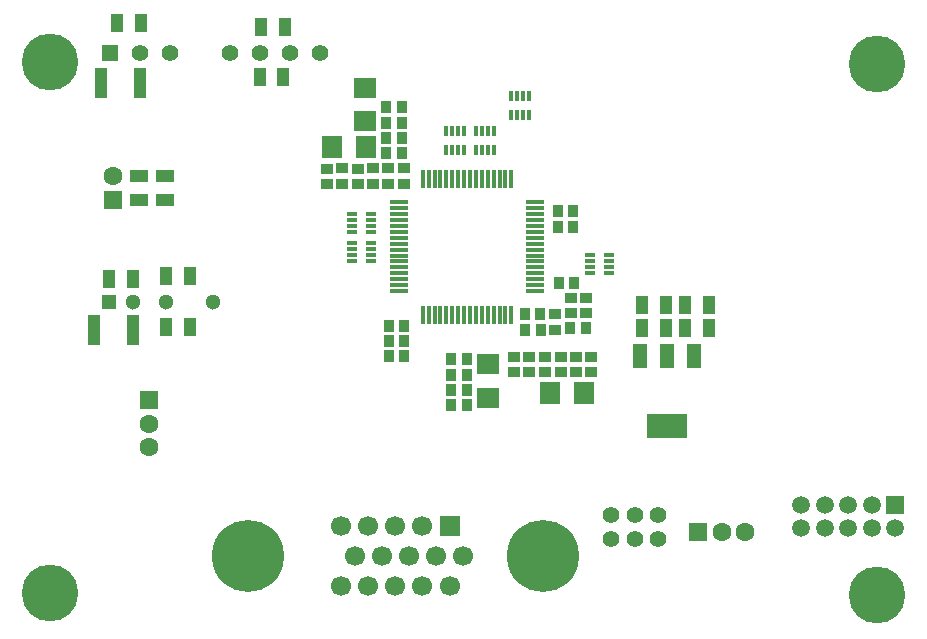
<source format=gbs>
G04*
G04 #@! TF.GenerationSoftware,Altium Limited,Altium Designer,23.11.1 (41)*
G04*
G04 Layer_Color=16711935*
%FSLAX43Y43*%
%MOMM*%
G71*
G04*
G04 #@! TF.SameCoordinates,7BC64366-9C4D-408C-9FF9-50DFB5F98349*
G04*
G04*
G04 #@! TF.FilePolarity,Negative*
G04*
G01*
G75*
%ADD20R,0.900X1.000*%
%ADD21R,1.000X0.900*%
%ADD27R,1.700X1.700*%
%ADD28C,1.700*%
%ADD29C,6.100*%
%ADD30C,1.400*%
%ADD31R,1.400X1.400*%
%ADD32C,1.600*%
%ADD33R,1.600X1.600*%
%ADD34R,1.600X1.600*%
%ADD35C,1.500*%
%ADD36R,1.500X1.500*%
%ADD37C,4.800*%
%ADD38R,1.300X1.300*%
%ADD39C,1.300*%
%ADD73R,1.000X2.600*%
%ADD74R,1.700X1.900*%
%ADD75R,0.400X0.900*%
%ADD76R,0.900X0.400*%
%ADD77R,0.400X1.600*%
%ADD78R,1.600X0.400*%
%ADD79R,1.100X1.500*%
%ADD80R,1.200X2.100*%
%ADD81R,3.400X2.100*%
%ADD82R,1.900X1.700*%
%ADD83R,1.500X1.100*%
D20*
X50273Y47505D02*
D03*
X48953D02*
D03*
X50270Y46200D02*
D03*
X48950D02*
D03*
X50370Y41425D02*
D03*
X49050D02*
D03*
X51311Y37624D02*
D03*
X49991D02*
D03*
X46175Y37500D02*
D03*
X47495D02*
D03*
X35970Y35250D02*
D03*
X34650D02*
D03*
X34655Y36550D02*
D03*
X35975D02*
D03*
X41270Y35000D02*
D03*
X39950D02*
D03*
X34435Y55025D02*
D03*
X35755D02*
D03*
X47490Y38800D02*
D03*
X46170D02*
D03*
X41275Y33700D02*
D03*
X39955D02*
D03*
X34435Y53725D02*
D03*
X35755D02*
D03*
X41275Y32400D02*
D03*
X39955D02*
D03*
X34430Y52425D02*
D03*
X35750D02*
D03*
X39950Y31100D02*
D03*
X41270D02*
D03*
X35750Y56350D02*
D03*
X34430D02*
D03*
X34650Y37850D02*
D03*
X35970D02*
D03*
D21*
X35900Y49830D02*
D03*
Y51150D02*
D03*
X34600Y49830D02*
D03*
Y51150D02*
D03*
X50050Y40200D02*
D03*
Y38880D02*
D03*
X51350Y40195D02*
D03*
Y38875D02*
D03*
X46500Y33900D02*
D03*
Y35220D02*
D03*
X45209Y35218D02*
D03*
Y33898D02*
D03*
X32000Y51145D02*
D03*
Y49825D02*
D03*
X48725Y38800D02*
D03*
Y37480D02*
D03*
X33300Y51150D02*
D03*
Y49830D02*
D03*
X50500Y33905D02*
D03*
Y35225D02*
D03*
X49200Y33905D02*
D03*
Y35225D02*
D03*
X30700Y51150D02*
D03*
Y49830D02*
D03*
X51800Y33905D02*
D03*
Y35225D02*
D03*
X47875D02*
D03*
Y33905D02*
D03*
X29400Y49805D02*
D03*
Y51125D02*
D03*
D27*
X39800Y20905D02*
D03*
D28*
X37500D02*
D03*
X35200D02*
D03*
X32900D02*
D03*
X30600D02*
D03*
X40950Y18365D02*
D03*
X38650D02*
D03*
X36350D02*
D03*
X34050D02*
D03*
X31750D02*
D03*
X39800Y15825D02*
D03*
X37500D02*
D03*
X30600D02*
D03*
X35200D02*
D03*
X32900D02*
D03*
D29*
X47700Y18365D02*
D03*
X22700D02*
D03*
D30*
X26305Y60909D02*
D03*
X28845D02*
D03*
X23765D02*
D03*
X21225D02*
D03*
X16145D02*
D03*
X13605D02*
D03*
X55465Y21789D02*
D03*
X53465D02*
D03*
X57465D02*
D03*
Y19789D02*
D03*
X53465D02*
D03*
X55465D02*
D03*
D31*
X11065Y60909D02*
D03*
D32*
X14375Y27550D02*
D03*
Y29550D02*
D03*
X64846Y20405D02*
D03*
X62846D02*
D03*
X11285Y50495D02*
D03*
D33*
X14375Y31550D02*
D03*
X11285Y48495D02*
D03*
D34*
X60846Y20405D02*
D03*
D35*
X77545Y20677D02*
D03*
X75545D02*
D03*
X73545D02*
D03*
X75545Y22677D02*
D03*
X73545D02*
D03*
X71545D02*
D03*
X69545D02*
D03*
X71545Y20677D02*
D03*
X69545D02*
D03*
D36*
X77545Y22677D02*
D03*
D37*
X6000Y60164D02*
D03*
X76000Y60000D02*
D03*
X6000Y15164D02*
D03*
X76000Y15000D02*
D03*
D38*
X10975Y39832D02*
D03*
D39*
X12975D02*
D03*
X15775D02*
D03*
X19775D02*
D03*
D73*
X13025Y37432D02*
D03*
X9725D02*
D03*
X13620Y58425D02*
D03*
X10320D02*
D03*
D74*
X29825Y52925D02*
D03*
X32695D02*
D03*
X48312Y32100D02*
D03*
X51182D02*
D03*
D75*
X41025Y52700D02*
D03*
X40525D02*
D03*
X40025D02*
D03*
X39525D02*
D03*
X41025Y54300D02*
D03*
X40525D02*
D03*
X40025D02*
D03*
X39525D02*
D03*
X42025D02*
D03*
X42525D02*
D03*
X43025D02*
D03*
X43525D02*
D03*
X42025Y52700D02*
D03*
X42525D02*
D03*
X43025D02*
D03*
X43525D02*
D03*
X45025Y57250D02*
D03*
X45525D02*
D03*
X46025D02*
D03*
X46525D02*
D03*
X45025Y55650D02*
D03*
X45525D02*
D03*
X46025D02*
D03*
X46525D02*
D03*
D76*
X51700Y42300D02*
D03*
Y42800D02*
D03*
Y43300D02*
D03*
Y43800D02*
D03*
X53300Y42300D02*
D03*
Y42800D02*
D03*
Y43300D02*
D03*
Y43800D02*
D03*
X31550Y43300D02*
D03*
Y43800D02*
D03*
Y44300D02*
D03*
Y44800D02*
D03*
X33150Y43300D02*
D03*
Y43800D02*
D03*
Y44300D02*
D03*
Y44800D02*
D03*
X31550Y45800D02*
D03*
Y46300D02*
D03*
Y46800D02*
D03*
Y47300D02*
D03*
X33150Y45800D02*
D03*
Y46300D02*
D03*
Y46800D02*
D03*
Y47300D02*
D03*
D77*
X45025Y50275D02*
D03*
X44525D02*
D03*
X44025D02*
D03*
X43525D02*
D03*
X43025D02*
D03*
X42525D02*
D03*
X42025D02*
D03*
X40525D02*
D03*
X41525D02*
D03*
X41025D02*
D03*
X39525D02*
D03*
X39025D02*
D03*
X38525D02*
D03*
X38025D02*
D03*
X37525D02*
D03*
X45025Y38775D02*
D03*
X44525D02*
D03*
X44025D02*
D03*
X43525D02*
D03*
X43025D02*
D03*
X42525D02*
D03*
X42025D02*
D03*
X40525D02*
D03*
X41525D02*
D03*
X41025D02*
D03*
X39525D02*
D03*
X39025D02*
D03*
X38525D02*
D03*
X38025D02*
D03*
X37525D02*
D03*
X40025Y50275D02*
D03*
Y38775D02*
D03*
D78*
X35525Y48275D02*
D03*
Y47775D02*
D03*
Y47275D02*
D03*
Y46775D02*
D03*
Y46275D02*
D03*
Y45775D02*
D03*
Y43775D02*
D03*
Y43275D02*
D03*
Y42775D02*
D03*
Y42275D02*
D03*
Y41775D02*
D03*
Y41275D02*
D03*
Y40775D02*
D03*
Y44775D02*
D03*
Y44275D02*
D03*
X47025Y48275D02*
D03*
Y47775D02*
D03*
Y47275D02*
D03*
Y46775D02*
D03*
Y46275D02*
D03*
Y45775D02*
D03*
Y43775D02*
D03*
Y43275D02*
D03*
Y42775D02*
D03*
Y42275D02*
D03*
Y41775D02*
D03*
Y41275D02*
D03*
Y40775D02*
D03*
Y44775D02*
D03*
Y44275D02*
D03*
X35525Y45275D02*
D03*
X47025D02*
D03*
D79*
X56127Y37600D02*
D03*
X58127D02*
D03*
X61752Y39625D02*
D03*
X59752D02*
D03*
X56127D02*
D03*
X58127D02*
D03*
X61752Y37600D02*
D03*
X59752D02*
D03*
X11670Y63425D02*
D03*
X13670D02*
D03*
X10975Y41832D02*
D03*
X12975D02*
D03*
X25721Y58903D02*
D03*
X23721D02*
D03*
X17775Y37732D02*
D03*
X15775D02*
D03*
X25821Y63103D02*
D03*
X23821D02*
D03*
X17775Y42032D02*
D03*
X15775D02*
D03*
D80*
X60527Y35275D02*
D03*
X58227D02*
D03*
X55927D02*
D03*
D81*
X58227Y29375D02*
D03*
D82*
X43075Y34557D02*
D03*
Y31687D02*
D03*
X32625Y58000D02*
D03*
Y55130D02*
D03*
D83*
X13485Y50495D02*
D03*
Y48495D02*
D03*
X15685Y50495D02*
D03*
Y48495D02*
D03*
M02*

</source>
